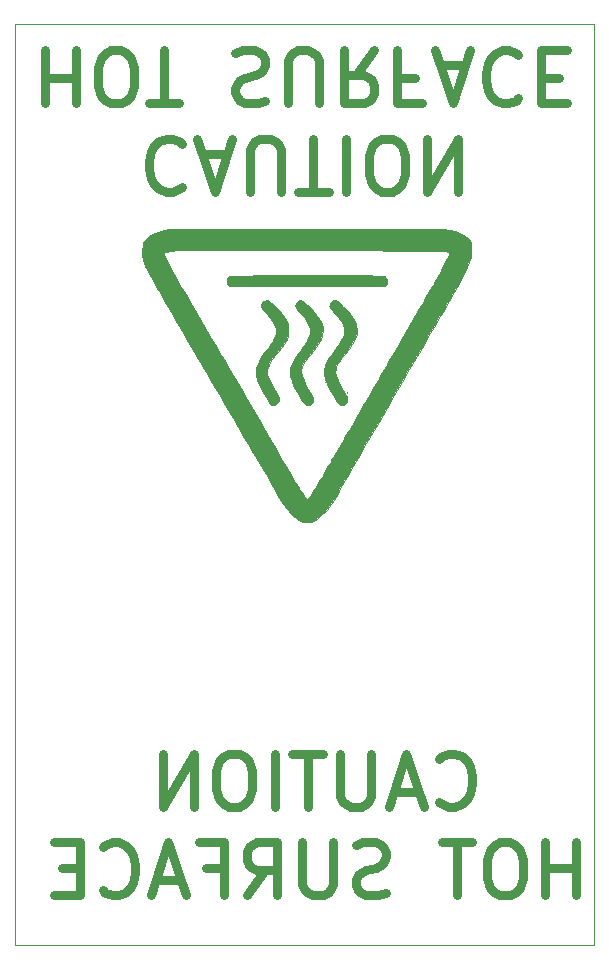
<source format=gbr>
%TF.GenerationSoftware,KiCad,Pcbnew,(5.1.10-1-10_14)*%
%TF.CreationDate,2022-01-16T21:07:01-08:00*%
%TF.ProjectId,Reflow_Heater,5265666c-6f77-45f4-9865-617465722e6b,rev?*%
%TF.SameCoordinates,Original*%
%TF.FileFunction,Legend,Bot*%
%TF.FilePolarity,Positive*%
%FSLAX46Y46*%
G04 Gerber Fmt 4.6, Leading zero omitted, Abs format (unit mm)*
G04 Created by KiCad (PCBNEW (5.1.10-1-10_14)) date 2022-01-16 21:07:01*
%MOMM*%
%LPD*%
G01*
G04 APERTURE LIST*
%ADD10C,0.120000*%
%ADD11C,0.750000*%
%ADD12C,0.010000*%
G04 APERTURE END LIST*
D10*
X51000000Y-76000000D02*
X51000000Y-154000000D01*
X51000000Y-76000000D02*
X100000000Y-76000000D01*
X100000000Y-154000000D02*
X100000000Y-76000000D01*
X100000000Y-154000000D02*
X51000000Y-154000000D01*
D11*
X86892857Y-141857142D02*
X87107142Y-142071428D01*
X87750000Y-142285714D01*
X88178571Y-142285714D01*
X88821428Y-142071428D01*
X89250000Y-141642857D01*
X89464285Y-141214285D01*
X89678571Y-140357142D01*
X89678571Y-139714285D01*
X89464285Y-138857142D01*
X89250000Y-138428571D01*
X88821428Y-138000000D01*
X88178571Y-137785714D01*
X87750000Y-137785714D01*
X87107142Y-138000000D01*
X86892857Y-138214285D01*
X85178571Y-141000000D02*
X83035714Y-141000000D01*
X85607142Y-142285714D02*
X84107142Y-137785714D01*
X82607142Y-142285714D01*
X81107142Y-137785714D02*
X81107142Y-141428571D01*
X80892857Y-141857142D01*
X80678571Y-142071428D01*
X80250000Y-142285714D01*
X79392857Y-142285714D01*
X78964285Y-142071428D01*
X78750000Y-141857142D01*
X78535714Y-141428571D01*
X78535714Y-137785714D01*
X77035714Y-137785714D02*
X74464285Y-137785714D01*
X75750000Y-142285714D02*
X75750000Y-137785714D01*
X72964285Y-142285714D02*
X72964285Y-137785714D01*
X69964285Y-137785714D02*
X69107142Y-137785714D01*
X68678571Y-138000000D01*
X68250000Y-138428571D01*
X68035714Y-139285714D01*
X68035714Y-140785714D01*
X68250000Y-141642857D01*
X68678571Y-142071428D01*
X69107142Y-142285714D01*
X69964285Y-142285714D01*
X70392857Y-142071428D01*
X70821428Y-141642857D01*
X71035714Y-140785714D01*
X71035714Y-139285714D01*
X70821428Y-138428571D01*
X70392857Y-138000000D01*
X69964285Y-137785714D01*
X66107142Y-142285714D02*
X66107142Y-137785714D01*
X63535714Y-142285714D01*
X63535714Y-137785714D01*
X98464285Y-149785714D02*
X98464285Y-145285714D01*
X98464285Y-147428571D02*
X95892857Y-147428571D01*
X95892857Y-149785714D02*
X95892857Y-145285714D01*
X92892857Y-145285714D02*
X92035714Y-145285714D01*
X91607142Y-145500000D01*
X91178571Y-145928571D01*
X90964285Y-146785714D01*
X90964285Y-148285714D01*
X91178571Y-149142857D01*
X91607142Y-149571428D01*
X92035714Y-149785714D01*
X92892857Y-149785714D01*
X93321428Y-149571428D01*
X93750000Y-149142857D01*
X93964285Y-148285714D01*
X93964285Y-146785714D01*
X93750000Y-145928571D01*
X93321428Y-145500000D01*
X92892857Y-145285714D01*
X89678571Y-145285714D02*
X87107142Y-145285714D01*
X88392857Y-149785714D02*
X88392857Y-145285714D01*
X82392857Y-149571428D02*
X81750000Y-149785714D01*
X80678571Y-149785714D01*
X80250000Y-149571428D01*
X80035714Y-149357142D01*
X79821428Y-148928571D01*
X79821428Y-148500000D01*
X80035714Y-148071428D01*
X80250000Y-147857142D01*
X80678571Y-147642857D01*
X81535714Y-147428571D01*
X81964285Y-147214285D01*
X82178571Y-147000000D01*
X82392857Y-146571428D01*
X82392857Y-146142857D01*
X82178571Y-145714285D01*
X81964285Y-145500000D01*
X81535714Y-145285714D01*
X80464285Y-145285714D01*
X79821428Y-145500000D01*
X77892857Y-145285714D02*
X77892857Y-148928571D01*
X77678571Y-149357142D01*
X77464285Y-149571428D01*
X77035714Y-149785714D01*
X76178571Y-149785714D01*
X75750000Y-149571428D01*
X75535714Y-149357142D01*
X75321428Y-148928571D01*
X75321428Y-145285714D01*
X70607142Y-149785714D02*
X72107142Y-147642857D01*
X73178571Y-149785714D02*
X73178571Y-145285714D01*
X71464285Y-145285714D01*
X71035714Y-145500000D01*
X70821428Y-145714285D01*
X70607142Y-146142857D01*
X70607142Y-146785714D01*
X70821428Y-147214285D01*
X71035714Y-147428571D01*
X71464285Y-147642857D01*
X73178571Y-147642857D01*
X67178571Y-147428571D02*
X68678571Y-147428571D01*
X68678571Y-149785714D02*
X68678571Y-145285714D01*
X66535714Y-145285714D01*
X65035714Y-148500000D02*
X62892857Y-148500000D01*
X65464285Y-149785714D02*
X63964285Y-145285714D01*
X62464285Y-149785714D01*
X58392857Y-149357142D02*
X58607142Y-149571428D01*
X59250000Y-149785714D01*
X59678571Y-149785714D01*
X60321428Y-149571428D01*
X60750000Y-149142857D01*
X60964285Y-148714285D01*
X61178571Y-147857142D01*
X61178571Y-147214285D01*
X60964285Y-146357142D01*
X60750000Y-145928571D01*
X60321428Y-145500000D01*
X59678571Y-145285714D01*
X59250000Y-145285714D01*
X58607142Y-145500000D01*
X58392857Y-145714285D01*
X56464285Y-147428571D02*
X54964285Y-147428571D01*
X54321428Y-149785714D02*
X56464285Y-149785714D01*
X56464285Y-145285714D01*
X54321428Y-145285714D01*
X65107142Y-86142857D02*
X64892857Y-85928571D01*
X64250000Y-85714285D01*
X63821428Y-85714285D01*
X63178571Y-85928571D01*
X62750000Y-86357142D01*
X62535714Y-86785714D01*
X62321428Y-87642857D01*
X62321428Y-88285714D01*
X62535714Y-89142857D01*
X62750000Y-89571428D01*
X63178571Y-90000000D01*
X63821428Y-90214285D01*
X64250000Y-90214285D01*
X64892857Y-90000000D01*
X65107142Y-89785714D01*
X66821428Y-87000000D02*
X68964285Y-87000000D01*
X66392857Y-85714285D02*
X67892857Y-90214285D01*
X69392857Y-85714285D01*
X70892857Y-90214285D02*
X70892857Y-86571428D01*
X71107142Y-86142857D01*
X71321428Y-85928571D01*
X71750000Y-85714285D01*
X72607142Y-85714285D01*
X73035714Y-85928571D01*
X73250000Y-86142857D01*
X73464285Y-86571428D01*
X73464285Y-90214285D01*
X74964285Y-90214285D02*
X77535714Y-90214285D01*
X76250000Y-85714285D02*
X76250000Y-90214285D01*
X79035714Y-85714285D02*
X79035714Y-90214285D01*
X82035714Y-90214285D02*
X82892857Y-90214285D01*
X83321428Y-90000000D01*
X83750000Y-89571428D01*
X83964285Y-88714285D01*
X83964285Y-87214285D01*
X83750000Y-86357142D01*
X83321428Y-85928571D01*
X82892857Y-85714285D01*
X82035714Y-85714285D01*
X81607142Y-85928571D01*
X81178571Y-86357142D01*
X80964285Y-87214285D01*
X80964285Y-88714285D01*
X81178571Y-89571428D01*
X81607142Y-90000000D01*
X82035714Y-90214285D01*
X85892857Y-85714285D02*
X85892857Y-90214285D01*
X88464285Y-85714285D01*
X88464285Y-90214285D01*
X53535714Y-78214285D02*
X53535714Y-82714285D01*
X53535714Y-80571428D02*
X56107142Y-80571428D01*
X56107142Y-78214285D02*
X56107142Y-82714285D01*
X59107142Y-82714285D02*
X59964285Y-82714285D01*
X60392857Y-82500000D01*
X60821428Y-82071428D01*
X61035714Y-81214285D01*
X61035714Y-79714285D01*
X60821428Y-78857142D01*
X60392857Y-78428571D01*
X59964285Y-78214285D01*
X59107142Y-78214285D01*
X58678571Y-78428571D01*
X58250000Y-78857142D01*
X58035714Y-79714285D01*
X58035714Y-81214285D01*
X58250000Y-82071428D01*
X58678571Y-82500000D01*
X59107142Y-82714285D01*
X62321428Y-82714285D02*
X64892857Y-82714285D01*
X63607142Y-78214285D02*
X63607142Y-82714285D01*
X69607142Y-78428571D02*
X70250000Y-78214285D01*
X71321428Y-78214285D01*
X71750000Y-78428571D01*
X71964285Y-78642857D01*
X72178571Y-79071428D01*
X72178571Y-79500000D01*
X71964285Y-79928571D01*
X71750000Y-80142857D01*
X71321428Y-80357142D01*
X70464285Y-80571428D01*
X70035714Y-80785714D01*
X69821428Y-81000000D01*
X69607142Y-81428571D01*
X69607142Y-81857142D01*
X69821428Y-82285714D01*
X70035714Y-82500000D01*
X70464285Y-82714285D01*
X71535714Y-82714285D01*
X72178571Y-82500000D01*
X74107142Y-82714285D02*
X74107142Y-79071428D01*
X74321428Y-78642857D01*
X74535714Y-78428571D01*
X74964285Y-78214285D01*
X75821428Y-78214285D01*
X76250000Y-78428571D01*
X76464285Y-78642857D01*
X76678571Y-79071428D01*
X76678571Y-82714285D01*
X81392857Y-78214285D02*
X79892857Y-80357142D01*
X78821428Y-78214285D02*
X78821428Y-82714285D01*
X80535714Y-82714285D01*
X80964285Y-82500000D01*
X81178571Y-82285714D01*
X81392857Y-81857142D01*
X81392857Y-81214285D01*
X81178571Y-80785714D01*
X80964285Y-80571428D01*
X80535714Y-80357142D01*
X78821428Y-80357142D01*
X84821428Y-80571428D02*
X83321428Y-80571428D01*
X83321428Y-78214285D02*
X83321428Y-82714285D01*
X85464285Y-82714285D01*
X86964285Y-79500000D02*
X89107142Y-79500000D01*
X86535714Y-78214285D02*
X88035714Y-82714285D01*
X89535714Y-78214285D01*
X93607142Y-78642857D02*
X93392857Y-78428571D01*
X92750000Y-78214285D01*
X92321428Y-78214285D01*
X91678571Y-78428571D01*
X91250000Y-78857142D01*
X91035714Y-79285714D01*
X90821428Y-80142857D01*
X90821428Y-80785714D01*
X91035714Y-81642857D01*
X91250000Y-82071428D01*
X91678571Y-82500000D01*
X92321428Y-82714285D01*
X92750000Y-82714285D01*
X93392857Y-82500000D01*
X93607142Y-82285714D01*
X95535714Y-80571428D02*
X97035714Y-80571428D01*
X97678571Y-78214285D02*
X95535714Y-78214285D01*
X95535714Y-82714285D01*
X97678571Y-82714285D01*
D12*
%TO.C,G\u002A\u002A\u002A*%
G36*
X75917005Y-118178222D02*
G01*
X76265662Y-118061377D01*
X76623784Y-117845512D01*
X76990354Y-117531591D01*
X77364356Y-117120579D01*
X77744771Y-116613439D01*
X78130582Y-116011134D01*
X78418651Y-115505292D01*
X78529755Y-115304119D01*
X78681328Y-115034089D01*
X78862632Y-114714096D01*
X79062929Y-114363033D01*
X79271479Y-113999793D01*
X79450214Y-113690400D01*
X79594226Y-113441933D01*
X79783351Y-113115673D01*
X80011732Y-112721717D01*
X80273516Y-112270164D01*
X80562848Y-111771112D01*
X80873873Y-111234660D01*
X81200736Y-110670905D01*
X81537584Y-110089946D01*
X81878560Y-109501881D01*
X82204015Y-108940600D01*
X82532467Y-108374142D01*
X82854263Y-107819134D01*
X83164562Y-107283923D01*
X83458526Y-106776856D01*
X83731316Y-106306282D01*
X83978093Y-105880547D01*
X84194019Y-105508000D01*
X84374255Y-105196988D01*
X84513962Y-104955859D01*
X84608300Y-104792959D01*
X84618694Y-104775000D01*
X84759459Y-104531953D01*
X84944406Y-104212912D01*
X85166658Y-103829721D01*
X85419339Y-103394225D01*
X85695570Y-102918268D01*
X85988476Y-102413694D01*
X86291178Y-101892347D01*
X86596799Y-101366071D01*
X86898463Y-100846711D01*
X87189291Y-100346110D01*
X87462408Y-99876113D01*
X87710935Y-99448563D01*
X87927995Y-99075306D01*
X88021300Y-98914931D01*
X88407605Y-98236107D01*
X88743799Y-97614002D01*
X89027107Y-97054157D01*
X89254756Y-96562117D01*
X89423971Y-96143425D01*
X89461417Y-96037400D01*
X89549491Y-95718173D01*
X89606664Y-95383978D01*
X89631163Y-95061009D01*
X89621213Y-94775461D01*
X89575038Y-94553527D01*
X89563871Y-94524969D01*
X89386161Y-94233748D01*
X89121594Y-93975134D01*
X88782063Y-93757840D01*
X88379463Y-93590578D01*
X88227250Y-93545838D01*
X88134325Y-93521190D01*
X88046182Y-93498415D01*
X87958685Y-93477442D01*
X87867702Y-93458197D01*
X87769097Y-93440610D01*
X87658736Y-93424608D01*
X87532485Y-93410119D01*
X87386209Y-93397071D01*
X87215773Y-93385392D01*
X87017045Y-93375010D01*
X86785888Y-93365853D01*
X86518169Y-93357849D01*
X86209753Y-93350926D01*
X85856506Y-93345012D01*
X85454294Y-93340034D01*
X84998982Y-93335921D01*
X84486436Y-93332601D01*
X83912520Y-93330002D01*
X83273102Y-93328051D01*
X82564046Y-93326677D01*
X81781219Y-93325807D01*
X80920485Y-93325370D01*
X79977711Y-93325293D01*
X78948761Y-93325504D01*
X77829502Y-93325932D01*
X76615799Y-93326505D01*
X75666600Y-93326973D01*
X74600074Y-93327684D01*
X73558023Y-93328750D01*
X72545198Y-93330150D01*
X71566348Y-93331866D01*
X70626225Y-93333877D01*
X69729577Y-93336164D01*
X68881157Y-93338708D01*
X68085713Y-93341487D01*
X67347996Y-93344484D01*
X66672757Y-93347678D01*
X66064745Y-93351050D01*
X65528711Y-93354580D01*
X65069406Y-93358248D01*
X64691579Y-93362034D01*
X64399980Y-93365920D01*
X64199361Y-93369885D01*
X64094471Y-93373911D01*
X64084200Y-93374866D01*
X63557634Y-93464760D01*
X63085257Y-93590359D01*
X62679208Y-93747173D01*
X62351625Y-93930715D01*
X62162424Y-94085504D01*
X61972545Y-94311796D01*
X61848674Y-94557950D01*
X61779206Y-94852502D01*
X61757901Y-95080278D01*
X61765320Y-95407530D01*
X63589977Y-95407530D01*
X63597782Y-95357777D01*
X63635692Y-95335283D01*
X63730371Y-95308856D01*
X63892636Y-95276345D01*
X64133299Y-95235602D01*
X64463176Y-95184478D01*
X64490600Y-95180348D01*
X64552734Y-95178588D01*
X64711841Y-95176954D01*
X64963291Y-95175447D01*
X65302457Y-95174073D01*
X65724711Y-95172836D01*
X66225424Y-95171740D01*
X66799969Y-95170788D01*
X67443718Y-95169985D01*
X68152042Y-95169335D01*
X68920314Y-95168841D01*
X69743905Y-95168509D01*
X70618187Y-95168341D01*
X71538533Y-95168342D01*
X72500314Y-95168517D01*
X73498903Y-95168868D01*
X74529670Y-95169400D01*
X75587989Y-95170117D01*
X75920600Y-95170378D01*
X77262699Y-95171593D01*
X78506213Y-95173003D01*
X79654156Y-95174625D01*
X80709543Y-95176479D01*
X81675388Y-95178581D01*
X82554706Y-95180951D01*
X83350511Y-95183606D01*
X84065817Y-95186565D01*
X84703640Y-95189846D01*
X85266994Y-95193467D01*
X85758893Y-95197447D01*
X86182352Y-95201803D01*
X86540385Y-95206554D01*
X86836007Y-95211718D01*
X87072233Y-95217313D01*
X87252076Y-95223358D01*
X87378552Y-95229870D01*
X87454674Y-95236869D01*
X87473424Y-95240211D01*
X87621049Y-95279326D01*
X87722352Y-95312225D01*
X87746766Y-95324433D01*
X87747029Y-95391705D01*
X87701000Y-95536863D01*
X87613535Y-95750010D01*
X87489490Y-96021245D01*
X87333721Y-96340670D01*
X87151084Y-96698385D01*
X86946435Y-97084491D01*
X86724631Y-97489089D01*
X86490527Y-97902281D01*
X86435529Y-97997361D01*
X86223448Y-98362682D01*
X85981242Y-98780123D01*
X85729683Y-99213871D01*
X85489541Y-99628114D01*
X85310973Y-99936300D01*
X85028047Y-100424560D01*
X84709279Y-100974337D01*
X84369401Y-101560250D01*
X84023142Y-102156914D01*
X83685232Y-102738946D01*
X83370403Y-103280963D01*
X83122095Y-103708200D01*
X82971704Y-103966962D01*
X82820006Y-104228132D01*
X82684123Y-104462226D01*
X82581173Y-104639759D01*
X82576399Y-104648000D01*
X82459883Y-104848164D01*
X82316958Y-105092289D01*
X82173058Y-105336964D01*
X82129945Y-105410000D01*
X82004950Y-105622777D01*
X81885960Y-105827518D01*
X81791673Y-105991970D01*
X81761858Y-106045000D01*
X81711664Y-106133409D01*
X81616676Y-106298865D01*
X81483136Y-106530564D01*
X81317286Y-106817701D01*
X81125369Y-107149471D01*
X80913625Y-107515072D01*
X80688297Y-107903696D01*
X80631957Y-108000800D01*
X80373763Y-108445800D01*
X80101276Y-108915523D01*
X79825783Y-109390509D01*
X79558569Y-109851298D01*
X79310918Y-110278429D01*
X79094117Y-110652442D01*
X78952749Y-110896400D01*
X78728484Y-111283259D01*
X78479230Y-111712836D01*
X78222604Y-112154794D01*
X77976224Y-112578796D01*
X77757708Y-112954503D01*
X77698976Y-113055400D01*
X77513843Y-113374621D01*
X77331490Y-113691327D01*
X77163115Y-113985901D01*
X77019914Y-114238726D01*
X76913087Y-114430183D01*
X76887048Y-114477800D01*
X76667757Y-114867546D01*
X76442468Y-115241497D01*
X76225243Y-115577454D01*
X76030144Y-115853215D01*
X75953927Y-115951000D01*
X75845500Y-116084916D01*
X75765445Y-116184482D01*
X75732813Y-116225906D01*
X75691075Y-116207517D01*
X75604224Y-116114518D01*
X75481284Y-115958270D01*
X75331281Y-115750137D01*
X75191680Y-115544600D01*
X75118890Y-115434564D01*
X75053078Y-115334027D01*
X74989013Y-115234190D01*
X74921463Y-115126254D01*
X74845197Y-115001422D01*
X74754983Y-114850894D01*
X74645589Y-114665871D01*
X74511785Y-114437555D01*
X74348337Y-114157148D01*
X74150016Y-113815851D01*
X73911589Y-113404864D01*
X73627825Y-112915390D01*
X73605920Y-112877600D01*
X73369907Y-112470755D01*
X73132577Y-112062215D01*
X72902938Y-111667445D01*
X72689995Y-111301910D01*
X72502757Y-110981072D01*
X72350230Y-110720397D01*
X72259628Y-110566200D01*
X72153595Y-110385819D01*
X72003528Y-110129808D01*
X71816538Y-109810329D01*
X71599732Y-109439544D01*
X71360218Y-109029614D01*
X71105106Y-108592699D01*
X70841504Y-108140962D01*
X70611637Y-107746800D01*
X70345031Y-107289688D01*
X70079587Y-106834908D01*
X69822607Y-106394946D01*
X69581392Y-105982288D01*
X69363242Y-105609420D01*
X69175459Y-105288829D01*
X69025344Y-105032999D01*
X68933295Y-104876600D01*
X68811869Y-104670232D01*
X68644006Y-104384074D01*
X68434384Y-104026140D01*
X68187682Y-103604446D01*
X67908578Y-103127007D01*
X67601752Y-102601837D01*
X67271881Y-102036952D01*
X66923644Y-101440366D01*
X66561720Y-100820094D01*
X66190788Y-100184152D01*
X65815525Y-99540554D01*
X65440611Y-98897315D01*
X65070724Y-98262449D01*
X64710543Y-97643973D01*
X64418733Y-97142670D01*
X64186973Y-96734268D01*
X63987304Y-96361889D01*
X63823747Y-96034279D01*
X63700325Y-95760186D01*
X63621060Y-95548354D01*
X63589977Y-95407530D01*
X61765320Y-95407530D01*
X61768170Y-95533205D01*
X61851399Y-95999770D01*
X62011624Y-96500249D01*
X62069919Y-96647000D01*
X62115576Y-96739816D01*
X62208107Y-96912521D01*
X62343037Y-97157339D01*
X62515889Y-97466492D01*
X62722186Y-97832202D01*
X62957451Y-98246692D01*
X63217208Y-98702184D01*
X63496981Y-99190901D01*
X63792292Y-99705066D01*
X64098666Y-100236900D01*
X64411625Y-100778627D01*
X64726693Y-101322468D01*
X65039394Y-101860647D01*
X65345250Y-102385386D01*
X65639786Y-102888906D01*
X65918524Y-103363432D01*
X66176989Y-103801185D01*
X66410703Y-104194387D01*
X66499701Y-104343200D01*
X66559625Y-104444338D01*
X66665254Y-104623881D01*
X66811118Y-104872466D01*
X66991746Y-105180728D01*
X67201667Y-105539303D01*
X67435412Y-105938826D01*
X67687510Y-106369934D01*
X67952491Y-106823261D01*
X68224883Y-107289444D01*
X68499216Y-107759117D01*
X68770021Y-108222917D01*
X69031826Y-108671479D01*
X69279161Y-109095440D01*
X69506556Y-109485433D01*
X69708540Y-109832096D01*
X69879643Y-110126064D01*
X70014394Y-110357972D01*
X70107322Y-110518456D01*
X70120202Y-110540800D01*
X70240043Y-110747856D01*
X70396459Y-111016501D01*
X70574331Y-111320855D01*
X70758542Y-111635041D01*
X70891788Y-111861600D01*
X71332794Y-112611228D01*
X71723428Y-113277251D01*
X72065698Y-113863122D01*
X72361610Y-114372292D01*
X72613172Y-114808215D01*
X72822391Y-115174344D01*
X72973886Y-115443000D01*
X73371278Y-116120036D01*
X73751655Y-116698796D01*
X74116549Y-117180900D01*
X74467492Y-117567966D01*
X74806015Y-117861613D01*
X75133650Y-118063458D01*
X75451930Y-118175119D01*
X75578833Y-118195085D01*
X75917005Y-118178222D01*
G37*
X75917005Y-118178222D02*
X76265662Y-118061377D01*
X76623784Y-117845512D01*
X76990354Y-117531591D01*
X77364356Y-117120579D01*
X77744771Y-116613439D01*
X78130582Y-116011134D01*
X78418651Y-115505292D01*
X78529755Y-115304119D01*
X78681328Y-115034089D01*
X78862632Y-114714096D01*
X79062929Y-114363033D01*
X79271479Y-113999793D01*
X79450214Y-113690400D01*
X79594226Y-113441933D01*
X79783351Y-113115673D01*
X80011732Y-112721717D01*
X80273516Y-112270164D01*
X80562848Y-111771112D01*
X80873873Y-111234660D01*
X81200736Y-110670905D01*
X81537584Y-110089946D01*
X81878560Y-109501881D01*
X82204015Y-108940600D01*
X82532467Y-108374142D01*
X82854263Y-107819134D01*
X83164562Y-107283923D01*
X83458526Y-106776856D01*
X83731316Y-106306282D01*
X83978093Y-105880547D01*
X84194019Y-105508000D01*
X84374255Y-105196988D01*
X84513962Y-104955859D01*
X84608300Y-104792959D01*
X84618694Y-104775000D01*
X84759459Y-104531953D01*
X84944406Y-104212912D01*
X85166658Y-103829721D01*
X85419339Y-103394225D01*
X85695570Y-102918268D01*
X85988476Y-102413694D01*
X86291178Y-101892347D01*
X86596799Y-101366071D01*
X86898463Y-100846711D01*
X87189291Y-100346110D01*
X87462408Y-99876113D01*
X87710935Y-99448563D01*
X87927995Y-99075306D01*
X88021300Y-98914931D01*
X88407605Y-98236107D01*
X88743799Y-97614002D01*
X89027107Y-97054157D01*
X89254756Y-96562117D01*
X89423971Y-96143425D01*
X89461417Y-96037400D01*
X89549491Y-95718173D01*
X89606664Y-95383978D01*
X89631163Y-95061009D01*
X89621213Y-94775461D01*
X89575038Y-94553527D01*
X89563871Y-94524969D01*
X89386161Y-94233748D01*
X89121594Y-93975134D01*
X88782063Y-93757840D01*
X88379463Y-93590578D01*
X88227250Y-93545838D01*
X88134325Y-93521190D01*
X88046182Y-93498415D01*
X87958685Y-93477442D01*
X87867702Y-93458197D01*
X87769097Y-93440610D01*
X87658736Y-93424608D01*
X87532485Y-93410119D01*
X87386209Y-93397071D01*
X87215773Y-93385392D01*
X87017045Y-93375010D01*
X86785888Y-93365853D01*
X86518169Y-93357849D01*
X86209753Y-93350926D01*
X85856506Y-93345012D01*
X85454294Y-93340034D01*
X84998982Y-93335921D01*
X84486436Y-93332601D01*
X83912520Y-93330002D01*
X83273102Y-93328051D01*
X82564046Y-93326677D01*
X81781219Y-93325807D01*
X80920485Y-93325370D01*
X79977711Y-93325293D01*
X78948761Y-93325504D01*
X77829502Y-93325932D01*
X76615799Y-93326505D01*
X75666600Y-93326973D01*
X74600074Y-93327684D01*
X73558023Y-93328750D01*
X72545198Y-93330150D01*
X71566348Y-93331866D01*
X70626225Y-93333877D01*
X69729577Y-93336164D01*
X68881157Y-93338708D01*
X68085713Y-93341487D01*
X67347996Y-93344484D01*
X66672757Y-93347678D01*
X66064745Y-93351050D01*
X65528711Y-93354580D01*
X65069406Y-93358248D01*
X64691579Y-93362034D01*
X64399980Y-93365920D01*
X64199361Y-93369885D01*
X64094471Y-93373911D01*
X64084200Y-93374866D01*
X63557634Y-93464760D01*
X63085257Y-93590359D01*
X62679208Y-93747173D01*
X62351625Y-93930715D01*
X62162424Y-94085504D01*
X61972545Y-94311796D01*
X61848674Y-94557950D01*
X61779206Y-94852502D01*
X61757901Y-95080278D01*
X61765320Y-95407530D01*
X63589977Y-95407530D01*
X63597782Y-95357777D01*
X63635692Y-95335283D01*
X63730371Y-95308856D01*
X63892636Y-95276345D01*
X64133299Y-95235602D01*
X64463176Y-95184478D01*
X64490600Y-95180348D01*
X64552734Y-95178588D01*
X64711841Y-95176954D01*
X64963291Y-95175447D01*
X65302457Y-95174073D01*
X65724711Y-95172836D01*
X66225424Y-95171740D01*
X66799969Y-95170788D01*
X67443718Y-95169985D01*
X68152042Y-95169335D01*
X68920314Y-95168841D01*
X69743905Y-95168509D01*
X70618187Y-95168341D01*
X71538533Y-95168342D01*
X72500314Y-95168517D01*
X73498903Y-95168868D01*
X74529670Y-95169400D01*
X75587989Y-95170117D01*
X75920600Y-95170378D01*
X77262699Y-95171593D01*
X78506213Y-95173003D01*
X79654156Y-95174625D01*
X80709543Y-95176479D01*
X81675388Y-95178581D01*
X82554706Y-95180951D01*
X83350511Y-95183606D01*
X84065817Y-95186565D01*
X84703640Y-95189846D01*
X85266994Y-95193467D01*
X85758893Y-95197447D01*
X86182352Y-95201803D01*
X86540385Y-95206554D01*
X86836007Y-95211718D01*
X87072233Y-95217313D01*
X87252076Y-95223358D01*
X87378552Y-95229870D01*
X87454674Y-95236869D01*
X87473424Y-95240211D01*
X87621049Y-95279326D01*
X87722352Y-95312225D01*
X87746766Y-95324433D01*
X87747029Y-95391705D01*
X87701000Y-95536863D01*
X87613535Y-95750010D01*
X87489490Y-96021245D01*
X87333721Y-96340670D01*
X87151084Y-96698385D01*
X86946435Y-97084491D01*
X86724631Y-97489089D01*
X86490527Y-97902281D01*
X86435529Y-97997361D01*
X86223448Y-98362682D01*
X85981242Y-98780123D01*
X85729683Y-99213871D01*
X85489541Y-99628114D01*
X85310973Y-99936300D01*
X85028047Y-100424560D01*
X84709279Y-100974337D01*
X84369401Y-101560250D01*
X84023142Y-102156914D01*
X83685232Y-102738946D01*
X83370403Y-103280963D01*
X83122095Y-103708200D01*
X82971704Y-103966962D01*
X82820006Y-104228132D01*
X82684123Y-104462226D01*
X82581173Y-104639759D01*
X82576399Y-104648000D01*
X82459883Y-104848164D01*
X82316958Y-105092289D01*
X82173058Y-105336964D01*
X82129945Y-105410000D01*
X82004950Y-105622777D01*
X81885960Y-105827518D01*
X81791673Y-105991970D01*
X81761858Y-106045000D01*
X81711664Y-106133409D01*
X81616676Y-106298865D01*
X81483136Y-106530564D01*
X81317286Y-106817701D01*
X81125369Y-107149471D01*
X80913625Y-107515072D01*
X80688297Y-107903696D01*
X80631957Y-108000800D01*
X80373763Y-108445800D01*
X80101276Y-108915523D01*
X79825783Y-109390509D01*
X79558569Y-109851298D01*
X79310918Y-110278429D01*
X79094117Y-110652442D01*
X78952749Y-110896400D01*
X78728484Y-111283259D01*
X78479230Y-111712836D01*
X78222604Y-112154794D01*
X77976224Y-112578796D01*
X77757708Y-112954503D01*
X77698976Y-113055400D01*
X77513843Y-113374621D01*
X77331490Y-113691327D01*
X77163115Y-113985901D01*
X77019914Y-114238726D01*
X76913087Y-114430183D01*
X76887048Y-114477800D01*
X76667757Y-114867546D01*
X76442468Y-115241497D01*
X76225243Y-115577454D01*
X76030144Y-115853215D01*
X75953927Y-115951000D01*
X75845500Y-116084916D01*
X75765445Y-116184482D01*
X75732813Y-116225906D01*
X75691075Y-116207517D01*
X75604224Y-116114518D01*
X75481284Y-115958270D01*
X75331281Y-115750137D01*
X75191680Y-115544600D01*
X75118890Y-115434564D01*
X75053078Y-115334027D01*
X74989013Y-115234190D01*
X74921463Y-115126254D01*
X74845197Y-115001422D01*
X74754983Y-114850894D01*
X74645589Y-114665871D01*
X74511785Y-114437555D01*
X74348337Y-114157148D01*
X74150016Y-113815851D01*
X73911589Y-113404864D01*
X73627825Y-112915390D01*
X73605920Y-112877600D01*
X73369907Y-112470755D01*
X73132577Y-112062215D01*
X72902938Y-111667445D01*
X72689995Y-111301910D01*
X72502757Y-110981072D01*
X72350230Y-110720397D01*
X72259628Y-110566200D01*
X72153595Y-110385819D01*
X72003528Y-110129808D01*
X71816538Y-109810329D01*
X71599732Y-109439544D01*
X71360218Y-109029614D01*
X71105106Y-108592699D01*
X70841504Y-108140962D01*
X70611637Y-107746800D01*
X70345031Y-107289688D01*
X70079587Y-106834908D01*
X69822607Y-106394946D01*
X69581392Y-105982288D01*
X69363242Y-105609420D01*
X69175459Y-105288829D01*
X69025344Y-105032999D01*
X68933295Y-104876600D01*
X68811869Y-104670232D01*
X68644006Y-104384074D01*
X68434384Y-104026140D01*
X68187682Y-103604446D01*
X67908578Y-103127007D01*
X67601752Y-102601837D01*
X67271881Y-102036952D01*
X66923644Y-101440366D01*
X66561720Y-100820094D01*
X66190788Y-100184152D01*
X65815525Y-99540554D01*
X65440611Y-98897315D01*
X65070724Y-98262449D01*
X64710543Y-97643973D01*
X64418733Y-97142670D01*
X64186973Y-96734268D01*
X63987304Y-96361889D01*
X63823747Y-96034279D01*
X63700325Y-95760186D01*
X63621060Y-95548354D01*
X63589977Y-95407530D01*
X61765320Y-95407530D01*
X61768170Y-95533205D01*
X61851399Y-95999770D01*
X62011624Y-96500249D01*
X62069919Y-96647000D01*
X62115576Y-96739816D01*
X62208107Y-96912521D01*
X62343037Y-97157339D01*
X62515889Y-97466492D01*
X62722186Y-97832202D01*
X62957451Y-98246692D01*
X63217208Y-98702184D01*
X63496981Y-99190901D01*
X63792292Y-99705066D01*
X64098666Y-100236900D01*
X64411625Y-100778627D01*
X64726693Y-101322468D01*
X65039394Y-101860647D01*
X65345250Y-102385386D01*
X65639786Y-102888906D01*
X65918524Y-103363432D01*
X66176989Y-103801185D01*
X66410703Y-104194387D01*
X66499701Y-104343200D01*
X66559625Y-104444338D01*
X66665254Y-104623881D01*
X66811118Y-104872466D01*
X66991746Y-105180728D01*
X67201667Y-105539303D01*
X67435412Y-105938826D01*
X67687510Y-106369934D01*
X67952491Y-106823261D01*
X68224883Y-107289444D01*
X68499216Y-107759117D01*
X68770021Y-108222917D01*
X69031826Y-108671479D01*
X69279161Y-109095440D01*
X69506556Y-109485433D01*
X69708540Y-109832096D01*
X69879643Y-110126064D01*
X70014394Y-110357972D01*
X70107322Y-110518456D01*
X70120202Y-110540800D01*
X70240043Y-110747856D01*
X70396459Y-111016501D01*
X70574331Y-111320855D01*
X70758542Y-111635041D01*
X70891788Y-111861600D01*
X71332794Y-112611228D01*
X71723428Y-113277251D01*
X72065698Y-113863122D01*
X72361610Y-114372292D01*
X72613172Y-114808215D01*
X72822391Y-115174344D01*
X72973886Y-115443000D01*
X73371278Y-116120036D01*
X73751655Y-116698796D01*
X74116549Y-117180900D01*
X74467492Y-117567966D01*
X74806015Y-117861613D01*
X75133650Y-118063458D01*
X75451930Y-118175119D01*
X75578833Y-118195085D01*
X75917005Y-118178222D01*
G36*
X82355280Y-98065538D02*
G01*
X82436922Y-97967212D01*
X82467736Y-97864467D01*
X82460945Y-97711270D01*
X82459853Y-97701441D01*
X82414532Y-97507960D01*
X82324243Y-97384446D01*
X82313982Y-97376233D01*
X82293095Y-97362838D01*
X82263600Y-97350812D01*
X82220227Y-97340086D01*
X82157710Y-97330588D01*
X82070782Y-97322247D01*
X81954175Y-97314992D01*
X81802621Y-97308753D01*
X81610854Y-97303458D01*
X81373606Y-97299038D01*
X81085609Y-97295420D01*
X80741595Y-97292535D01*
X80336299Y-97290310D01*
X79864452Y-97288676D01*
X79320786Y-97287562D01*
X78700035Y-97286896D01*
X77996931Y-97286607D01*
X77206206Y-97286626D01*
X76322593Y-97286880D01*
X75692000Y-97287141D01*
X74886741Y-97287697D01*
X74109191Y-97288623D01*
X73365440Y-97289892D01*
X72661579Y-97291477D01*
X72003700Y-97293353D01*
X71397894Y-97295491D01*
X70850252Y-97297866D01*
X70366866Y-97300450D01*
X69953826Y-97303216D01*
X69617224Y-97306139D01*
X69363152Y-97309191D01*
X69197700Y-97312344D01*
X69126959Y-97315574D01*
X69125031Y-97316001D01*
X69041859Y-97393056D01*
X68967430Y-97532744D01*
X68919240Y-97696477D01*
X68910200Y-97789787D01*
X68957762Y-97968451D01*
X69034890Y-98071710D01*
X69159581Y-98196400D01*
X82224418Y-98196400D01*
X82355280Y-98065538D01*
G37*
X82355280Y-98065538D02*
X82436922Y-97967212D01*
X82467736Y-97864467D01*
X82460945Y-97711270D01*
X82459853Y-97701441D01*
X82414532Y-97507960D01*
X82324243Y-97384446D01*
X82313982Y-97376233D01*
X82293095Y-97362838D01*
X82263600Y-97350812D01*
X82220227Y-97340086D01*
X82157710Y-97330588D01*
X82070782Y-97322247D01*
X81954175Y-97314992D01*
X81802621Y-97308753D01*
X81610854Y-97303458D01*
X81373606Y-97299038D01*
X81085609Y-97295420D01*
X80741595Y-97292535D01*
X80336299Y-97290310D01*
X79864452Y-97288676D01*
X79320786Y-97287562D01*
X78700035Y-97286896D01*
X77996931Y-97286607D01*
X77206206Y-97286626D01*
X76322593Y-97286880D01*
X75692000Y-97287141D01*
X74886741Y-97287697D01*
X74109191Y-97288623D01*
X73365440Y-97289892D01*
X72661579Y-97291477D01*
X72003700Y-97293353D01*
X71397894Y-97295491D01*
X70850252Y-97297866D01*
X70366866Y-97300450D01*
X69953826Y-97303216D01*
X69617224Y-97306139D01*
X69363152Y-97309191D01*
X69197700Y-97312344D01*
X69126959Y-97315574D01*
X69125031Y-97316001D01*
X69041859Y-97393056D01*
X68967430Y-97532744D01*
X68919240Y-97696477D01*
X68910200Y-97789787D01*
X68957762Y-97968451D01*
X69034890Y-98071710D01*
X69159581Y-98196400D01*
X82224418Y-98196400D01*
X82355280Y-98065538D01*
G36*
X73100779Y-108174570D02*
G01*
X73185065Y-108110350D01*
X73278011Y-108013117D01*
X73329825Y-107912710D01*
X73337741Y-107794273D01*
X73298989Y-107642948D01*
X73210801Y-107443880D01*
X73070410Y-107182212D01*
X72983825Y-107030287D01*
X72743462Y-106596192D01*
X72562301Y-106228546D01*
X72435216Y-105915158D01*
X72357079Y-105643836D01*
X72328769Y-105472465D01*
X72318948Y-105323508D01*
X72332849Y-105196756D01*
X72378925Y-105056980D01*
X72465629Y-104868952D01*
X72481148Y-104837465D01*
X72600816Y-104630302D01*
X72779487Y-104368055D01*
X73004828Y-104067986D01*
X73233558Y-103784400D01*
X73518120Y-103432619D01*
X73737485Y-103135692D01*
X73899702Y-102878066D01*
X74012822Y-102644184D01*
X74084892Y-102418492D01*
X74123963Y-102185434D01*
X74134557Y-102043243D01*
X74129923Y-101745327D01*
X74081672Y-101464463D01*
X73982941Y-101187499D01*
X73826865Y-100901286D01*
X73606579Y-100592674D01*
X73315219Y-100248513D01*
X73047446Y-99960737D01*
X72802121Y-99710548D01*
X72609532Y-99532220D01*
X72456902Y-99419956D01*
X72331452Y-99367962D01*
X72220405Y-99370442D01*
X72110985Y-99421599D01*
X72016632Y-99493174D01*
X71880651Y-99657229D01*
X71823436Y-99840835D01*
X71852611Y-100017420D01*
X71861233Y-100034921D01*
X71919899Y-100117557D01*
X72032485Y-100253820D01*
X72182359Y-100424227D01*
X72339376Y-100594943D01*
X72613003Y-100909848D01*
X72823294Y-101202091D01*
X72921031Y-101374288D01*
X73009407Y-101565630D01*
X73056467Y-101713491D01*
X73071712Y-101862369D01*
X73065134Y-102049146D01*
X73044141Y-102244096D01*
X73002010Y-102423626D01*
X72930047Y-102605367D01*
X72819560Y-102806948D01*
X72661856Y-103046001D01*
X72448244Y-103340155D01*
X72390916Y-103416629D01*
X72020261Y-103933874D01*
X71731288Y-104392527D01*
X71523446Y-104793667D01*
X71396182Y-105138369D01*
X71348945Y-105427710D01*
X71348600Y-105451903D01*
X71377147Y-105720653D01*
X71457723Y-106044949D01*
X71582723Y-106398076D01*
X71683624Y-106629200D01*
X71788856Y-106838857D01*
X71923008Y-107086058D01*
X72073407Y-107349532D01*
X72227383Y-107608005D01*
X72372263Y-107840204D01*
X72495375Y-108024859D01*
X72583873Y-108140500D01*
X72733979Y-108238789D01*
X72913280Y-108249795D01*
X73100779Y-108174570D01*
G37*
X73100779Y-108174570D02*
X73185065Y-108110350D01*
X73278011Y-108013117D01*
X73329825Y-107912710D01*
X73337741Y-107794273D01*
X73298989Y-107642948D01*
X73210801Y-107443880D01*
X73070410Y-107182212D01*
X72983825Y-107030287D01*
X72743462Y-106596192D01*
X72562301Y-106228546D01*
X72435216Y-105915158D01*
X72357079Y-105643836D01*
X72328769Y-105472465D01*
X72318948Y-105323508D01*
X72332849Y-105196756D01*
X72378925Y-105056980D01*
X72465629Y-104868952D01*
X72481148Y-104837465D01*
X72600816Y-104630302D01*
X72779487Y-104368055D01*
X73004828Y-104067986D01*
X73233558Y-103784400D01*
X73518120Y-103432619D01*
X73737485Y-103135692D01*
X73899702Y-102878066D01*
X74012822Y-102644184D01*
X74084892Y-102418492D01*
X74123963Y-102185434D01*
X74134557Y-102043243D01*
X74129923Y-101745327D01*
X74081672Y-101464463D01*
X73982941Y-101187499D01*
X73826865Y-100901286D01*
X73606579Y-100592674D01*
X73315219Y-100248513D01*
X73047446Y-99960737D01*
X72802121Y-99710548D01*
X72609532Y-99532220D01*
X72456902Y-99419956D01*
X72331452Y-99367962D01*
X72220405Y-99370442D01*
X72110985Y-99421599D01*
X72016632Y-99493174D01*
X71880651Y-99657229D01*
X71823436Y-99840835D01*
X71852611Y-100017420D01*
X71861233Y-100034921D01*
X71919899Y-100117557D01*
X72032485Y-100253820D01*
X72182359Y-100424227D01*
X72339376Y-100594943D01*
X72613003Y-100909848D01*
X72823294Y-101202091D01*
X72921031Y-101374288D01*
X73009407Y-101565630D01*
X73056467Y-101713491D01*
X73071712Y-101862369D01*
X73065134Y-102049146D01*
X73044141Y-102244096D01*
X73002010Y-102423626D01*
X72930047Y-102605367D01*
X72819560Y-102806948D01*
X72661856Y-103046001D01*
X72448244Y-103340155D01*
X72390916Y-103416629D01*
X72020261Y-103933874D01*
X71731288Y-104392527D01*
X71523446Y-104793667D01*
X71396182Y-105138369D01*
X71348945Y-105427710D01*
X71348600Y-105451903D01*
X71377147Y-105720653D01*
X71457723Y-106044949D01*
X71582723Y-106398076D01*
X71683624Y-106629200D01*
X71788856Y-106838857D01*
X71923008Y-107086058D01*
X72073407Y-107349532D01*
X72227383Y-107608005D01*
X72372263Y-107840204D01*
X72495375Y-108024859D01*
X72583873Y-108140500D01*
X72733979Y-108238789D01*
X72913280Y-108249795D01*
X73100779Y-108174570D01*
G36*
X75863533Y-108236220D02*
G01*
X76023803Y-108169290D01*
X76150941Y-108052565D01*
X76225411Y-107896007D01*
X76227678Y-107709581D01*
X76200424Y-107619800D01*
X76143752Y-107501952D01*
X76051373Y-107332715D01*
X75942116Y-107146420D01*
X75929249Y-107125339D01*
X75634848Y-106612186D01*
X75419014Y-106160717D01*
X75281043Y-105769069D01*
X75220231Y-105435378D01*
X75221353Y-105252674D01*
X75269148Y-105040135D01*
X75377629Y-104798019D01*
X75552364Y-104516695D01*
X75798923Y-104186532D01*
X75933948Y-104020475D01*
X76236774Y-103650302D01*
X76477565Y-103341130D01*
X76663588Y-103079673D01*
X76802113Y-102852639D01*
X76900409Y-102646739D01*
X76965746Y-102448686D01*
X77005393Y-102245188D01*
X77026620Y-102022958D01*
X77026621Y-102022942D01*
X77017410Y-101698071D01*
X76945645Y-101378443D01*
X76805849Y-101053923D01*
X76592545Y-100714381D01*
X76300257Y-100349682D01*
X75923508Y-99949695D01*
X75885701Y-99912045D01*
X75642526Y-99679199D01*
X75450791Y-99517709D01*
X75297373Y-99420483D01*
X75169145Y-99380431D01*
X75052983Y-99390463D01*
X74976746Y-99420977D01*
X74850393Y-99529657D01*
X74749846Y-99693639D01*
X74702284Y-99866636D01*
X74701400Y-99889906D01*
X74730517Y-99984511D01*
X74821728Y-100124009D01*
X74980824Y-100316436D01*
X75116481Y-100466268D01*
X75420617Y-100809549D01*
X75649905Y-101106322D01*
X75811333Y-101370292D01*
X75911889Y-101615167D01*
X75958557Y-101854651D01*
X75958327Y-102102451D01*
X75957195Y-102115474D01*
X75932397Y-102280239D01*
X75883611Y-102445988D01*
X75803306Y-102626555D01*
X75683953Y-102835773D01*
X75518021Y-103087477D01*
X75297980Y-103395501D01*
X75155824Y-103587687D01*
X74843716Y-104031614D01*
X74592469Y-104443055D01*
X74406142Y-104813857D01*
X74288790Y-105135863D01*
X74244469Y-105400921D01*
X74244200Y-105420225D01*
X74258405Y-105631896D01*
X74294660Y-105869872D01*
X74321767Y-105991256D01*
X74404648Y-106238024D01*
X74537949Y-106547838D01*
X74711939Y-106901862D01*
X74916890Y-107281260D01*
X75143072Y-107667196D01*
X75379274Y-108038605D01*
X75521734Y-108180840D01*
X75689665Y-108243391D01*
X75863533Y-108236220D01*
G37*
X75863533Y-108236220D02*
X76023803Y-108169290D01*
X76150941Y-108052565D01*
X76225411Y-107896007D01*
X76227678Y-107709581D01*
X76200424Y-107619800D01*
X76143752Y-107501952D01*
X76051373Y-107332715D01*
X75942116Y-107146420D01*
X75929249Y-107125339D01*
X75634848Y-106612186D01*
X75419014Y-106160717D01*
X75281043Y-105769069D01*
X75220231Y-105435378D01*
X75221353Y-105252674D01*
X75269148Y-105040135D01*
X75377629Y-104798019D01*
X75552364Y-104516695D01*
X75798923Y-104186532D01*
X75933948Y-104020475D01*
X76236774Y-103650302D01*
X76477565Y-103341130D01*
X76663588Y-103079673D01*
X76802113Y-102852639D01*
X76900409Y-102646739D01*
X76965746Y-102448686D01*
X77005393Y-102245188D01*
X77026620Y-102022958D01*
X77026621Y-102022942D01*
X77017410Y-101698071D01*
X76945645Y-101378443D01*
X76805849Y-101053923D01*
X76592545Y-100714381D01*
X76300257Y-100349682D01*
X75923508Y-99949695D01*
X75885701Y-99912045D01*
X75642526Y-99679199D01*
X75450791Y-99517709D01*
X75297373Y-99420483D01*
X75169145Y-99380431D01*
X75052983Y-99390463D01*
X74976746Y-99420977D01*
X74850393Y-99529657D01*
X74749846Y-99693639D01*
X74702284Y-99866636D01*
X74701400Y-99889906D01*
X74730517Y-99984511D01*
X74821728Y-100124009D01*
X74980824Y-100316436D01*
X75116481Y-100466268D01*
X75420617Y-100809549D01*
X75649905Y-101106322D01*
X75811333Y-101370292D01*
X75911889Y-101615167D01*
X75958557Y-101854651D01*
X75958327Y-102102451D01*
X75957195Y-102115474D01*
X75932397Y-102280239D01*
X75883611Y-102445988D01*
X75803306Y-102626555D01*
X75683953Y-102835773D01*
X75518021Y-103087477D01*
X75297980Y-103395501D01*
X75155824Y-103587687D01*
X74843716Y-104031614D01*
X74592469Y-104443055D01*
X74406142Y-104813857D01*
X74288790Y-105135863D01*
X74244469Y-105400921D01*
X74244200Y-105420225D01*
X74258405Y-105631896D01*
X74294660Y-105869872D01*
X74321767Y-105991256D01*
X74404648Y-106238024D01*
X74537949Y-106547838D01*
X74711939Y-106901862D01*
X74916890Y-107281260D01*
X75143072Y-107667196D01*
X75379274Y-108038605D01*
X75521734Y-108180840D01*
X75689665Y-108243391D01*
X75863533Y-108236220D01*
G36*
X78750173Y-108237287D02*
G01*
X78926648Y-108146954D01*
X78972507Y-108106308D01*
X79059188Y-108004436D01*
X79105721Y-107900170D01*
X79109072Y-107778309D01*
X79066203Y-107623651D01*
X78974078Y-107420995D01*
X78829661Y-107155141D01*
X78757338Y-107029020D01*
X78502044Y-106559724D01*
X78307672Y-106140862D01*
X78176865Y-105779156D01*
X78112264Y-105481326D01*
X78105496Y-105370438D01*
X78120868Y-105199743D01*
X78170270Y-105019059D01*
X78259681Y-104818509D01*
X78395080Y-104588216D01*
X78582445Y-104318301D01*
X78827755Y-103998889D01*
X79136989Y-103620101D01*
X79237865Y-103499653D01*
X79554865Y-103076543D01*
X79775356Y-102672696D01*
X79901136Y-102281725D01*
X79934004Y-101897242D01*
X79875760Y-101512859D01*
X79834958Y-101379418D01*
X79731751Y-101130762D01*
X79588565Y-100878913D01*
X79395194Y-100609765D01*
X79141434Y-100309215D01*
X78817081Y-99963158D01*
X78790800Y-99936179D01*
X78558001Y-99701599D01*
X78379502Y-99534896D01*
X78241416Y-99428629D01*
X78129851Y-99375358D01*
X78030921Y-99367641D01*
X77930736Y-99398039D01*
X77856591Y-99435692D01*
X77703313Y-99574574D01*
X77613647Y-99769923D01*
X77598800Y-99886641D01*
X77617351Y-99974518D01*
X77681700Y-100087351D01*
X77801812Y-100239471D01*
X77986074Y-100443519D01*
X78312883Y-100814140D01*
X78557992Y-101142899D01*
X78726770Y-101440297D01*
X78824584Y-101716837D01*
X78856803Y-101983020D01*
X78848331Y-102130322D01*
X78808128Y-102333076D01*
X78730083Y-102545479D01*
X78606163Y-102782560D01*
X78428335Y-103059345D01*
X78188568Y-103390864D01*
X78140725Y-103454200D01*
X77797566Y-103928392D01*
X77520760Y-104358621D01*
X77314904Y-104737374D01*
X77216061Y-104966294D01*
X77143971Y-105297335D01*
X77154523Y-105677087D01*
X77246725Y-106096576D01*
X77381112Y-106460555D01*
X77476738Y-106664674D01*
X77602140Y-106907430D01*
X77746773Y-107170987D01*
X77900089Y-107437509D01*
X78051545Y-107689160D01*
X78190593Y-107908104D01*
X78306688Y-108076504D01*
X78389284Y-108176526D01*
X78402506Y-108188038D01*
X78564523Y-108252550D01*
X78750173Y-108237287D01*
G37*
X78750173Y-108237287D02*
X78926648Y-108146954D01*
X78972507Y-108106308D01*
X79059188Y-108004436D01*
X79105721Y-107900170D01*
X79109072Y-107778309D01*
X79066203Y-107623651D01*
X78974078Y-107420995D01*
X78829661Y-107155141D01*
X78757338Y-107029020D01*
X78502044Y-106559724D01*
X78307672Y-106140862D01*
X78176865Y-105779156D01*
X78112264Y-105481326D01*
X78105496Y-105370438D01*
X78120868Y-105199743D01*
X78170270Y-105019059D01*
X78259681Y-104818509D01*
X78395080Y-104588216D01*
X78582445Y-104318301D01*
X78827755Y-103998889D01*
X79136989Y-103620101D01*
X79237865Y-103499653D01*
X79554865Y-103076543D01*
X79775356Y-102672696D01*
X79901136Y-102281725D01*
X79934004Y-101897242D01*
X79875760Y-101512859D01*
X79834958Y-101379418D01*
X79731751Y-101130762D01*
X79588565Y-100878913D01*
X79395194Y-100609765D01*
X79141434Y-100309215D01*
X78817081Y-99963158D01*
X78790800Y-99936179D01*
X78558001Y-99701599D01*
X78379502Y-99534896D01*
X78241416Y-99428629D01*
X78129851Y-99375358D01*
X78030921Y-99367641D01*
X77930736Y-99398039D01*
X77856591Y-99435692D01*
X77703313Y-99574574D01*
X77613647Y-99769923D01*
X77598800Y-99886641D01*
X77617351Y-99974518D01*
X77681700Y-100087351D01*
X77801812Y-100239471D01*
X77986074Y-100443519D01*
X78312883Y-100814140D01*
X78557992Y-101142899D01*
X78726770Y-101440297D01*
X78824584Y-101716837D01*
X78856803Y-101983020D01*
X78848331Y-102130322D01*
X78808128Y-102333076D01*
X78730083Y-102545479D01*
X78606163Y-102782560D01*
X78428335Y-103059345D01*
X78188568Y-103390864D01*
X78140725Y-103454200D01*
X77797566Y-103928392D01*
X77520760Y-104358621D01*
X77314904Y-104737374D01*
X77216061Y-104966294D01*
X77143971Y-105297335D01*
X77154523Y-105677087D01*
X77246725Y-106096576D01*
X77381112Y-106460555D01*
X77476738Y-106664674D01*
X77602140Y-106907430D01*
X77746773Y-107170987D01*
X77900089Y-107437509D01*
X78051545Y-107689160D01*
X78190593Y-107908104D01*
X78306688Y-108076504D01*
X78389284Y-108176526D01*
X78402506Y-108188038D01*
X78564523Y-108252550D01*
X78750173Y-108237287D01*
G36*
X77241400Y-106299000D02*
G01*
X77216000Y-106273600D01*
X77190600Y-106299000D01*
X77216000Y-106324400D01*
X77241400Y-106299000D01*
G37*
X77241400Y-106299000D02*
X77216000Y-106273600D01*
X77190600Y-106299000D01*
X77216000Y-106324400D01*
X77241400Y-106299000D01*
G36*
X79121000Y-107213400D02*
G01*
X79095600Y-107188000D01*
X79070200Y-107213400D01*
X79095600Y-107238800D01*
X79121000Y-107213400D01*
G37*
X79121000Y-107213400D02*
X79095600Y-107188000D01*
X79070200Y-107213400D01*
X79095600Y-107238800D01*
X79121000Y-107213400D01*
%TD*%
M02*

</source>
